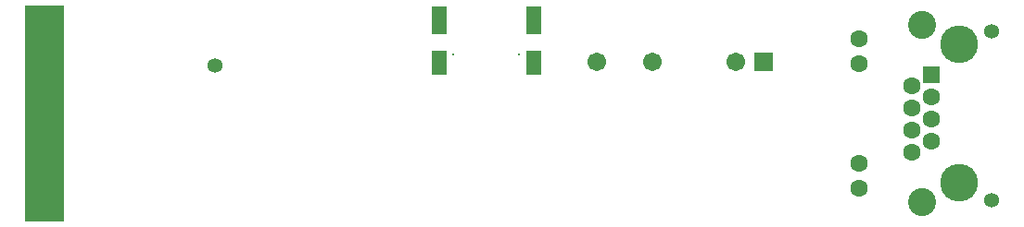
<source format=gbs>
G04*
G04 #@! TF.GenerationSoftware,Altium Limited,Altium Designer,18.1.7 (191)*
G04*
G04 Layer_Color=16711935*
%FSLAX44Y44*%
%MOMM*%
G71*
G01*
G75*
%ADD71C,1.3552*%
%ADD72C,1.7112*%
%ADD73R,1.7112X1.7112*%
%ADD74C,1.6012*%
%ADD75C,2.5582*%
%ADD76C,3.4532*%
%ADD77R,1.6012X1.6012*%
%ADD78R,1.4032X2.2032*%
%ADD79R,1.4032X2.5032*%
%ADD80C,0.2032*%
%ADD146R,3.6250X19.8500*%
%ADD147R,3.2032X0.5532*%
D71*
X1050000Y315000D02*
D03*
X340000Y439000D02*
D03*
X1050000Y470000D02*
D03*
D72*
X688800Y442680D02*
D03*
X739600D02*
D03*
X815800D02*
D03*
D73*
X841200D02*
D03*
D74*
X928700Y440500D02*
D03*
Y463400D02*
D03*
Y349100D02*
D03*
Y326200D02*
D03*
X977000Y359200D02*
D03*
X994800Y369400D02*
D03*
X977000Y379600D02*
D03*
X994800Y389800D02*
D03*
X977000Y400000D02*
D03*
X994800Y410200D02*
D03*
X977000Y420400D02*
D03*
D75*
X985900Y476100D02*
D03*
Y313500D02*
D03*
D76*
X1020200Y458300D02*
D03*
Y331300D02*
D03*
D77*
X994800Y430600D02*
D03*
D78*
X631200Y441830D02*
D03*
X544700D02*
D03*
D79*
X631200Y480430D02*
D03*
X544700D02*
D03*
D80*
X618000Y449000D02*
D03*
X558000D02*
D03*
D146*
X184125Y395000D02*
D03*
D147*
X184750Y325000D02*
D03*
Y460000D02*
D03*
Y455000D02*
D03*
Y450000D02*
D03*
Y445000D02*
D03*
Y485250D02*
D03*
Y465250D02*
D03*
Y475250D02*
D03*
Y470250D02*
D03*
Y480250D02*
D03*
Y440000D02*
D03*
Y430000D02*
D03*
Y410000D02*
D03*
Y390000D02*
D03*
Y370000D02*
D03*
Y350000D02*
D03*
Y310000D02*
D03*
Y435000D02*
D03*
Y415000D02*
D03*
Y425000D02*
D03*
Y420000D02*
D03*
Y395000D02*
D03*
Y405000D02*
D03*
Y400000D02*
D03*
Y375000D02*
D03*
Y385000D02*
D03*
Y380000D02*
D03*
Y355000D02*
D03*
Y365000D02*
D03*
Y360000D02*
D03*
Y315000D02*
D03*
Y320000D02*
D03*
Y305000D02*
D03*
M02*

</source>
